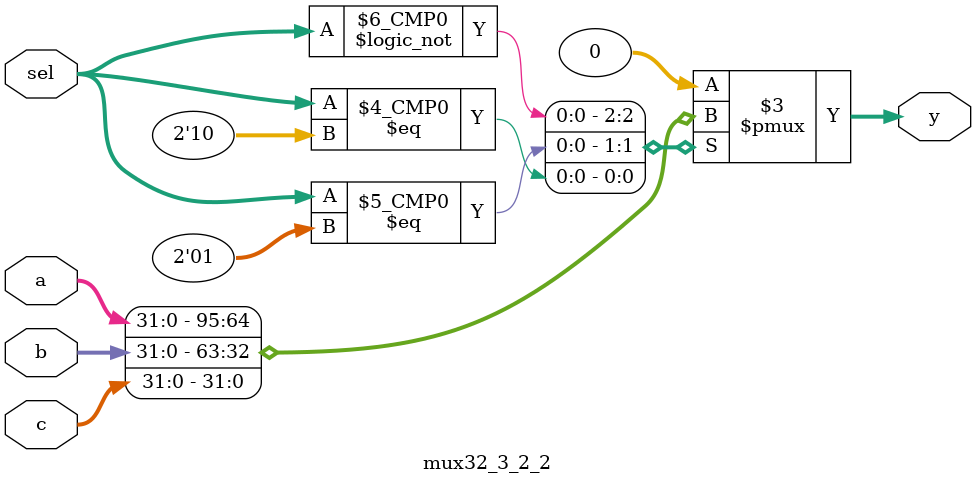
<source format=v>
`timescale 1ns / 1ps
module mux32_3_2_2(
    input [31:0] a,
    input [31:0] b,
    input [31:0] c,
    input [1:0] sel,
    output reg [31:0] y
    );
	 always @ * begin
		case(sel)
		2'b00:begin
			y = a;
		end
		2'b01:begin
			y = b;
		end
		2'b10:begin
			y = c;
		end
		default:begin
			y = 0;
		end
		endcase
	 end

  


endmodule

</source>
